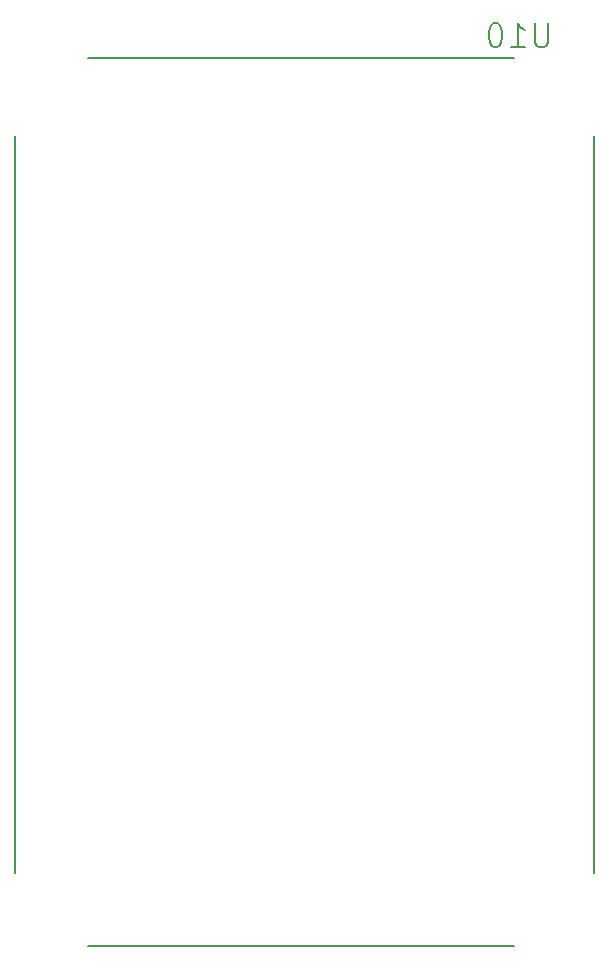
<source format=gbo>
%TF.GenerationSoftware,KiCad,Pcbnew,9.0.5-9.0.5~ubuntu24.04.1*%
%TF.CreationDate,2025-11-23T20:56:38+01:00*%
%TF.ProjectId,DigitalOsciloscope,44696769-7461-46c4-9f73-63696c6f7363,rev?*%
%TF.SameCoordinates,Original*%
%TF.FileFunction,Legend,Bot*%
%TF.FilePolarity,Positive*%
%FSLAX46Y46*%
G04 Gerber Fmt 4.6, Leading zero omitted, Abs format (unit mm)*
G04 Created by KiCad (PCBNEW 9.0.5-9.0.5~ubuntu24.04.1) date 2025-11-23 20:56:38*
%MOMM*%
%LPD*%
G01*
G04 APERTURE LIST*
%ADD10C,0.150000*%
%ADD11C,0.127000*%
G04 APERTURE END LIST*
D10*
X266636190Y-51457438D02*
X266636190Y-53076485D01*
X266636190Y-53076485D02*
X266540952Y-53266961D01*
X266540952Y-53266961D02*
X266445714Y-53362200D01*
X266445714Y-53362200D02*
X266255238Y-53457438D01*
X266255238Y-53457438D02*
X265874285Y-53457438D01*
X265874285Y-53457438D02*
X265683809Y-53362200D01*
X265683809Y-53362200D02*
X265588571Y-53266961D01*
X265588571Y-53266961D02*
X265493333Y-53076485D01*
X265493333Y-53076485D02*
X265493333Y-51457438D01*
X263493333Y-53457438D02*
X264636190Y-53457438D01*
X264064762Y-53457438D02*
X264064762Y-51457438D01*
X264064762Y-51457438D02*
X264255238Y-51743152D01*
X264255238Y-51743152D02*
X264445714Y-51933628D01*
X264445714Y-51933628D02*
X264636190Y-52028866D01*
X262255238Y-51457438D02*
X262064761Y-51457438D01*
X262064761Y-51457438D02*
X261874285Y-51552676D01*
X261874285Y-51552676D02*
X261779047Y-51647914D01*
X261779047Y-51647914D02*
X261683809Y-51838390D01*
X261683809Y-51838390D02*
X261588571Y-52219342D01*
X261588571Y-52219342D02*
X261588571Y-52695533D01*
X261588571Y-52695533D02*
X261683809Y-53076485D01*
X261683809Y-53076485D02*
X261779047Y-53266961D01*
X261779047Y-53266961D02*
X261874285Y-53362200D01*
X261874285Y-53362200D02*
X262064761Y-53457438D01*
X262064761Y-53457438D02*
X262255238Y-53457438D01*
X262255238Y-53457438D02*
X262445714Y-53362200D01*
X262445714Y-53362200D02*
X262540952Y-53266961D01*
X262540952Y-53266961D02*
X262636190Y-53076485D01*
X262636190Y-53076485D02*
X262731428Y-52695533D01*
X262731428Y-52695533D02*
X262731428Y-52219342D01*
X262731428Y-52219342D02*
X262636190Y-51838390D01*
X262636190Y-51838390D02*
X262540952Y-51647914D01*
X262540952Y-51647914D02*
X262445714Y-51552676D01*
X262445714Y-51552676D02*
X262255238Y-51457438D01*
D11*
%TO.C,U10*%
X270510000Y-60980000D02*
X270510000Y-123430000D01*
X263690000Y-129590000D02*
X227640000Y-129590000D01*
X263690000Y-54410000D02*
X227640000Y-54410000D01*
X221490000Y-60980000D02*
X221490000Y-123430000D01*
%TD*%
M02*

</source>
